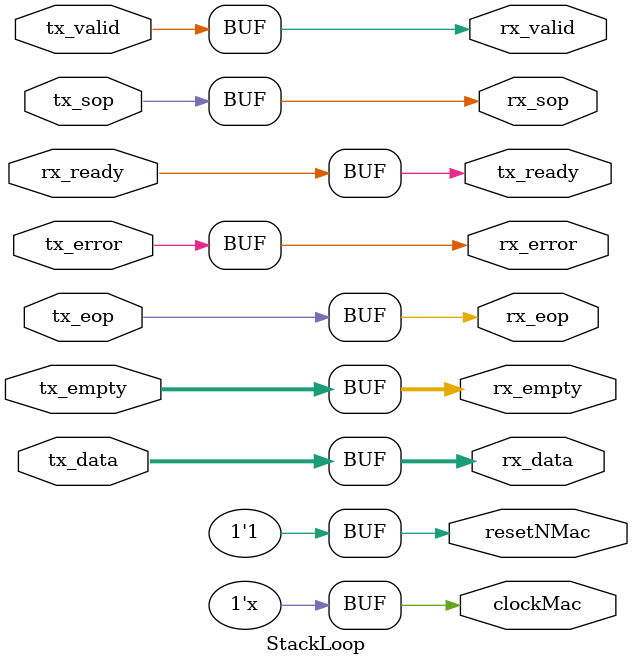
<source format=v>

`timescale 1ns/100ps
module StackLoop(
    /*AUTOARG*/
   // Outputs
   clockMac, resetNMac, tx_ready, rx_valid, rx_eop, rx_sop, rx_error,
   rx_data, rx_empty,
   // Inputs
   tx_eop, tx_sop, tx_error, tx_data, tx_empty, tx_valid, rx_ready
   );
output        clockMac;
output        resetNMac;
// MAC TX
output        tx_ready;
input         tx_eop;
input         tx_sop;
input         tx_error;
input [63:0]  tx_data;
input [2:0]   tx_empty;
input         tx_valid;
// MAC RX
input         rx_ready;
output        rx_valid;
output        rx_eop;
output        rx_sop;
output        rx_error;
output [63:0] rx_data;
output [2:0]  rx_empty;

reg clockMac;
reg resetNMac;

assign rx_eop    = tx_eop;                      
assign rx_sop    = tx_sop;                      
assign rx_error  = tx_error;                      
assign rx_data   = tx_data;                      
assign rx_empty  = tx_empty;                      
assign rx_valid  = tx_valid;                      
assign tx_ready  = rx_ready;

initial begin
       clockMac = 1'd0;
    #5 resetNMac = 1'd0;
    #5 resetNMac = 1'd1;
end
always #3.2 clockMac <= ~clockMac;
    
endmodule // StackLoop

</source>
